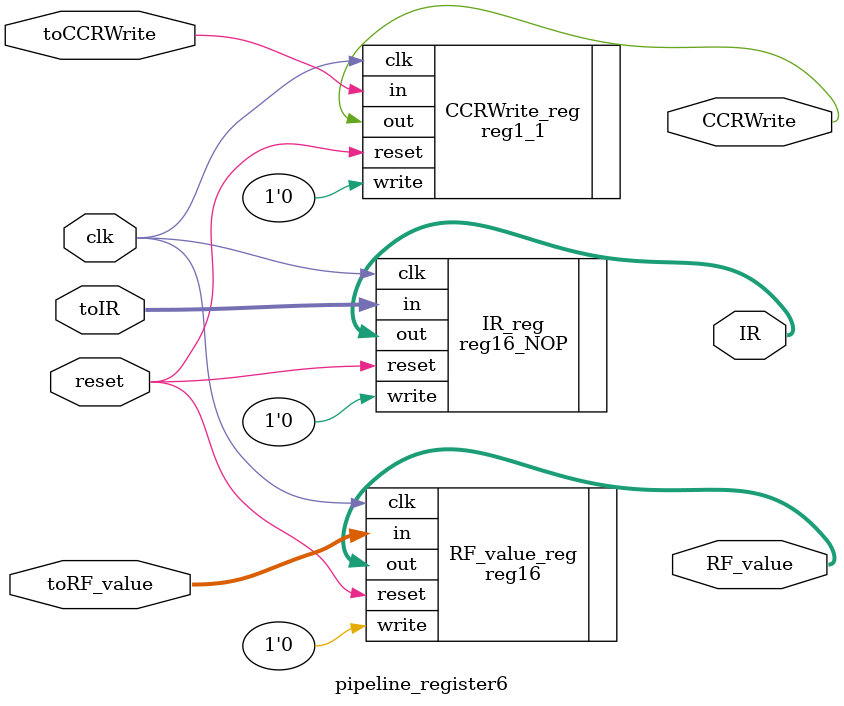
<source format=v>
module pipeline_register6 (clk,reset,toIR, IR, toRF_value, RF_value,toCCRWrite,CCRWrite);
	
	input clk,reset,toCCRWrite;
	input [15:0] toIR,toRF_value;
	output [15:0] IR, RF_value;
	output CCRWrite;
	reg16_NOP IR_reg(.clk(clk), .out(IR), .in(toIR), .write(1'b0), .reset(reset));
	reg16 RF_value_reg (.clk(clk),.out(RF_value),.in(toRF_value),.write(1'b0),.reset(reset));
	reg1_1 CCRWrite_reg(.clk(clk),.reset(reset),.out(CCRWrite),.in(toCCRWrite), .write(1'b0));

endmodule
</source>
